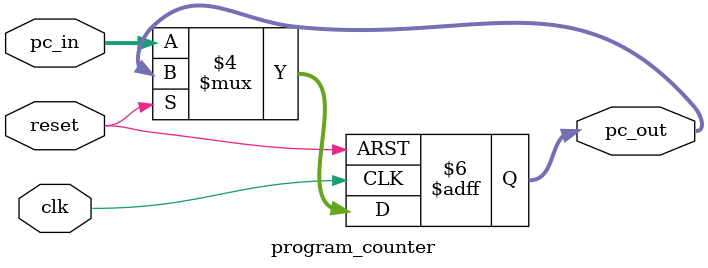
<source format=v>


module program_counter (clk, reset, pc_in, pc_out);

input clk, reset;

input [31:0] pc_in ;

output reg [31:0] pc_out;

always @(posedge clk or posedge reset)

begin

if (reset == 1'b1)

	pc_out <= 32'b00;


else if (reset == 1'b0)

	pc_out <= pc_in;
	

end
 


endmodule

</source>
